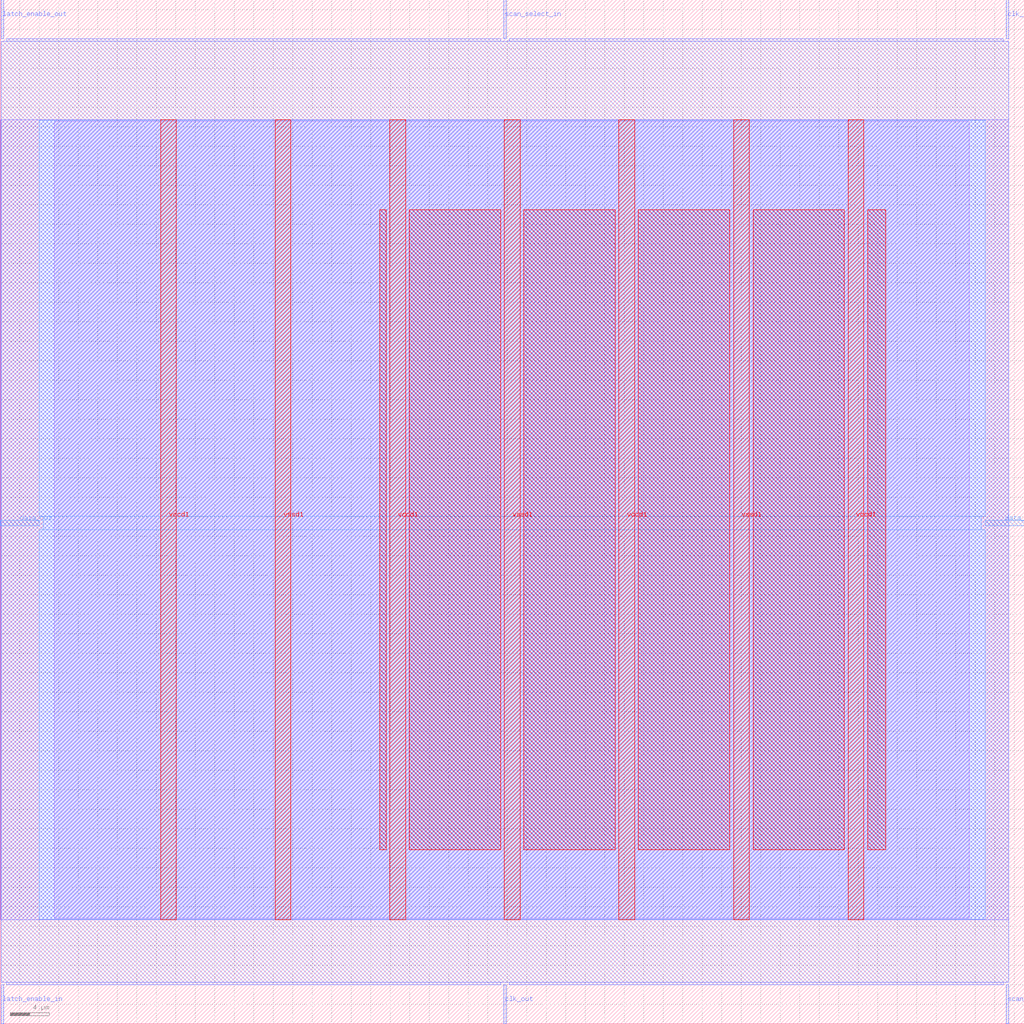
<source format=lef>
VERSION 5.7 ;
  NOWIREEXTENSIONATPIN ON ;
  DIVIDERCHAR "/" ;
  BUSBITCHARS "[]" ;
MACRO scan_wrapper_341620484740219475
  CLASS BLOCK ;
  FOREIGN scan_wrapper_341620484740219475 ;
  ORIGIN 0.000 0.000 ;
  SIZE 105.000 BY 105.000 ;
  PIN clk_in
    DIRECTION INPUT ;
    USE SIGNAL ;
    PORT
      LAYER met2 ;
        RECT 103.130 101.000 103.410 105.000 ;
    END
  END clk_in
  PIN clk_out
    DIRECTION OUTPUT TRISTATE ;
    USE SIGNAL ;
    PORT
      LAYER met2 ;
        RECT 51.610 0.000 51.890 4.000 ;
    END
  END clk_out
  PIN data_in
    DIRECTION INPUT ;
    USE SIGNAL ;
    PORT
      LAYER met3 ;
        RECT 101.000 51.040 105.000 51.640 ;
    END
  END data_in
  PIN data_out
    DIRECTION OUTPUT TRISTATE ;
    USE SIGNAL ;
    PORT
      LAYER met3 ;
        RECT 0.000 51.040 4.000 51.640 ;
    END
  END data_out
  PIN latch_enable_in
    DIRECTION INPUT ;
    USE SIGNAL ;
    PORT
      LAYER met2 ;
        RECT 0.090 0.000 0.370 4.000 ;
    END
  END latch_enable_in
  PIN latch_enable_out
    DIRECTION OUTPUT TRISTATE ;
    USE SIGNAL ;
    PORT
      LAYER met2 ;
        RECT 0.090 101.000 0.370 105.000 ;
    END
  END latch_enable_out
  PIN scan_select_in
    DIRECTION INPUT ;
    USE SIGNAL ;
    PORT
      LAYER met2 ;
        RECT 51.610 101.000 51.890 105.000 ;
    END
  END scan_select_in
  PIN scan_select_out
    DIRECTION OUTPUT TRISTATE ;
    USE SIGNAL ;
    PORT
      LAYER met2 ;
        RECT 103.130 0.000 103.410 4.000 ;
    END
  END scan_select_out
  PIN vccd1
    DIRECTION INOUT ;
    USE POWER ;
    PORT
      LAYER met4 ;
        RECT 16.465 10.640 18.065 92.720 ;
    END
    PORT
      LAYER met4 ;
        RECT 39.955 10.640 41.555 92.720 ;
    END
    PORT
      LAYER met4 ;
        RECT 63.445 10.640 65.045 92.720 ;
    END
    PORT
      LAYER met4 ;
        RECT 86.935 10.640 88.535 92.720 ;
    END
  END vccd1
  PIN vssd1
    DIRECTION INOUT ;
    USE GROUND ;
    PORT
      LAYER met4 ;
        RECT 28.210 10.640 29.810 92.720 ;
    END
    PORT
      LAYER met4 ;
        RECT 51.700 10.640 53.300 92.720 ;
    END
    PORT
      LAYER met4 ;
        RECT 75.190 10.640 76.790 92.720 ;
    END
  END vssd1
  OBS
      LAYER li1 ;
        RECT 5.520 10.795 99.360 92.565 ;
      LAYER met1 ;
        RECT 0.070 10.640 103.430 92.720 ;
      LAYER met2 ;
        RECT 0.650 100.720 51.330 101.000 ;
        RECT 52.170 100.720 102.850 101.000 ;
        RECT 0.100 4.280 103.400 100.720 ;
        RECT 0.650 4.000 51.330 4.280 ;
        RECT 52.170 4.000 102.850 4.280 ;
      LAYER met3 ;
        RECT 4.000 52.040 101.000 92.645 ;
        RECT 4.400 50.640 100.600 52.040 ;
        RECT 4.000 10.715 101.000 50.640 ;
      LAYER met4 ;
        RECT 38.935 17.855 39.555 83.465 ;
        RECT 41.955 17.855 51.300 83.465 ;
        RECT 53.700 17.855 63.045 83.465 ;
        RECT 65.445 17.855 74.790 83.465 ;
        RECT 77.190 17.855 86.535 83.465 ;
        RECT 88.935 17.855 90.785 83.465 ;
  END
END scan_wrapper_341620484740219475
END LIBRARY


</source>
